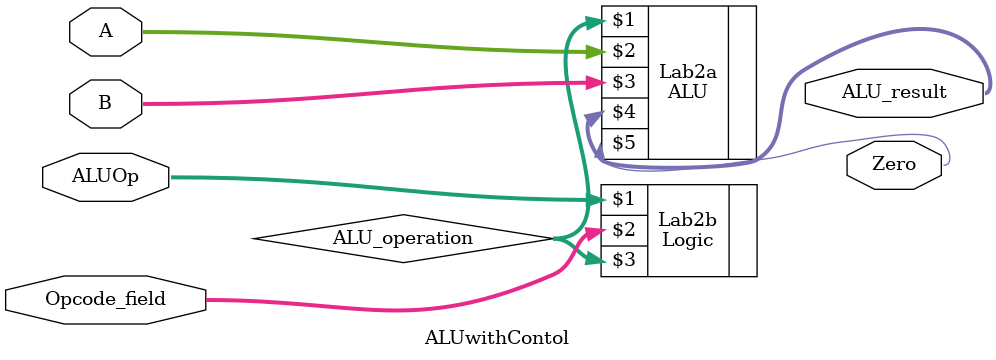
<source format=v>
`timescale 1ns / 1ps
module ALUwithContol(ALUOp, Opcode_field, A, B, ALU_result, Zero);
		input [1:0] ALUOp;
		input [10:0] Opcode_field;
		input [63:0] A;
		input [63:0] B;
		output [63:0] ALU_result;
		output Zero;
		wire [3:0] ALU_operation;
		//Instantiate the two units
		Logic Lab2b(ALUOp, Opcode_field, ALU_operation);
		ALU	Lab2a(ALU_operation, A, B, ALU_result, Zero);


endmodule

</source>
